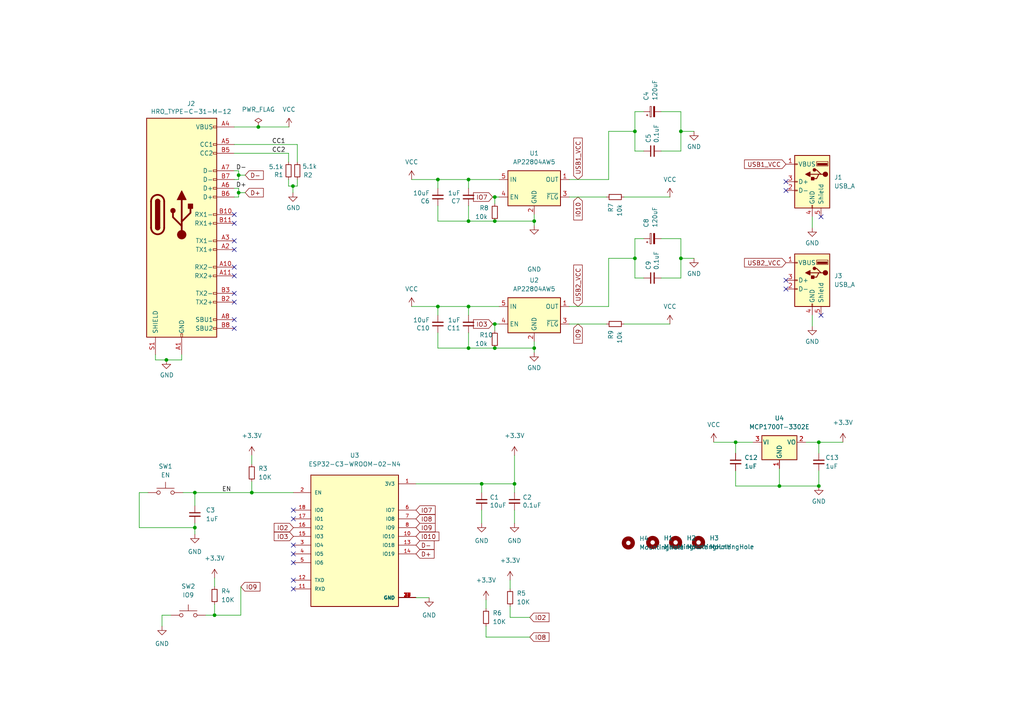
<source format=kicad_sch>
(kicad_sch (version 20211123) (generator eeschema)
  (paper "A4")
  (title_block (title "<<ID>>_<<project_name>>") (date "<<date>>") (rev "<<version>>") (comment 4 "<<hash>>"))
  (lib_symbols
    (symbol "Connector:USB_A" (pin_names (offset 1.016))
      (property "Reference" "J" (at -5.08 11.43 0))
      (property "Value" "USB_A" (at -5.08 8.89 0))
      (symbol "USB_A_0_1"
        (rectangle (start -5.08 -7.62) (end 5.08 7.62) (stroke (width 0.254)) (fill (type background)))
        (circle (center -3.81 2.159) (radius 0.635) (stroke (width 0.254)) (fill (type outline)))
        (rectangle (start -1.524 4.826) (end -4.318 5.334) (fill (type outline)))
        (rectangle (start -1.27 4.572) (end -4.572 5.842))
        (circle (center -0.635 3.429) (radius 0.381) (stroke (width 0.254)) (fill (type outline)))
        (rectangle (start -0.127 -7.62) (end 0.127 -6.858))
        (polyline (pts (xy -3.175 2.159) (xy -2.54 2.159) (xy -1.27 3.429) (xy -0.635 3.429)) (stroke (width 0.254)))
        (polyline (pts (xy -2.54 2.159) (xy -1.905 2.159) (xy -1.27 0.889) (xy 0 0.889)) (stroke (width 0.254)))
        (polyline (pts (xy 0.635 2.794) (xy 0.635 1.524) (xy 1.905 2.159) (xy 0.635 2.794)) (stroke (width 0.254)) (fill (type outline)))
        (rectangle (start 0.254 1.27) (end -0.508 0.508) (stroke (width 0.254)) (fill (type outline)))
        (rectangle (start 5.08 -2.667) (end 4.318 -2.413))
        (rectangle (start 5.08 -0.127) (end 4.318 0.127))
        (rectangle (start 5.08 4.953) (end 4.318 5.207))
      )
      (symbol "USB_A_1_1"
        (polyline (pts (xy -1.905 2.159) (xy 0.635 2.159)) (stroke (width 0.254)))
        (pin power_in line (at 7.62 5.08 180) (length 2.54) (name "VBUS") (number "1"))
        (pin bidirectional line (at 7.62 -2.54 180) (length 2.54) (name "D-") (number "2"))
        (pin bidirectional line (at 7.62 0 180) (length 2.54) (name "D+") (number "3"))
        (pin power_in line (at 0 -10.16 90) (length 2.54) (name "GND") (number "4"))
        (pin passive line (at -2.54 -10.16 90) (length 2.54) (name "Shield") (number "5"))
      )
    )
    (symbol "Connector:USB_C_Receptacle" (pin_names (offset 1.016))
      (property "Reference" "J" (at -10.16 29.21 0))
      (property "Value" "USB_C_Receptacle" (at 10.16 29.21 0))
      (symbol "USB_C_Receptacle_0_0"
        (rectangle (start -0.254 -35.56) (end 0.254 -34.544))
        (rectangle (start 10.16 -32.766) (end 9.144 -33.274))
        (rectangle (start 10.16 -30.226) (end 9.144 -30.734))
        (rectangle (start 10.16 -25.146) (end 9.144 -25.654))
        (rectangle (start 10.16 -22.606) (end 9.144 -23.114))
        (rectangle (start 10.16 -17.526) (end 9.144 -18.034))
        (rectangle (start 10.16 -14.986) (end 9.144 -15.494))
        (rectangle (start 10.16 -9.906) (end 9.144 -10.414))
        (rectangle (start 10.16 -7.366) (end 9.144 -7.874))
        (rectangle (start 10.16 -2.286) (end 9.144 -2.794))
        (rectangle (start 10.16 0.254) (end 9.144 -0.254))
        (rectangle (start 10.16 5.334) (end 9.144 4.826))
        (rectangle (start 10.16 7.874) (end 9.144 7.366))
        (rectangle (start 10.16 10.414) (end 9.144 9.906))
        (rectangle (start 10.16 12.954) (end 9.144 12.446))
        (rectangle (start 10.16 18.034) (end 9.144 17.526))
        (rectangle (start 10.16 20.574) (end 9.144 20.066))
        (rectangle (start 10.16 25.654) (end 9.144 25.146))
      )
      (symbol "USB_C_Receptacle_0_1"
        (rectangle (start -10.16 27.94) (end 10.16 -35.56) (stroke (width 0.254)) (fill (type background)))
        (arc (start -8.89 -3.81) (mid -6.985 -5.715) (end -5.08 -3.81) (stroke (width 0.508)))
        (arc (start -7.62 -3.81) (mid -6.985 -4.445) (end -6.35 -3.81) (stroke (width 0.254)))
        (arc (start -7.62 -3.81) (mid -6.985 -4.445) (end -6.35 -3.81) (stroke (width 0.254)) (fill (type outline)))
        (rectangle (start -7.62 -3.81) (end -6.35 3.81) (stroke (width 0.254)) (fill (type outline)))
        (arc (start -6.35 3.81) (mid -6.985 4.445) (end -7.62 3.81) (stroke (width 0.254)))
        (arc (start -6.35 3.81) (mid -6.985 4.445) (end -7.62 3.81) (stroke (width 0.254)) (fill (type outline)))
        (arc (start -5.08 3.81) (mid -6.985 5.715) (end -8.89 3.81) (stroke (width 0.508)))
        (polyline (pts (xy -8.89 -3.81) (xy -8.89 3.81)) (stroke (width 0.508)))
        (polyline (pts (xy -5.08 3.81) (xy -5.08 -3.81)) (stroke (width 0.508)))
      )
      (symbol "USB_C_Receptacle_1_1"
        (circle (center -2.54 1.143) (radius 0.635) (stroke (width 0.254)) (fill (type outline)))
        (circle (center 0 -5.842) (radius 1.27) (fill (type outline)))
        (polyline (pts (xy 0 -5.842) (xy 0 4.318)) (stroke (width 0.508)))
        (polyline (pts (xy 0 -3.302) (xy -2.54 -0.762) (xy -2.54 0.508)) (stroke (width 0.508)))
        (polyline (pts (xy 0 -2.032) (xy 2.54 0.508) (xy 2.54 1.778)) (stroke (width 0.508)))
        (polyline (pts (xy -1.27 4.318) (xy 0 6.858) (xy 1.27 4.318) (xy -1.27 4.318)) (stroke (width 0.254)) (fill (type outline)))
        (rectangle (start 1.905 1.778) (end 3.175 3.048) (stroke (width 0.254)) (fill (type outline)))
        (pin passive line (at 0 -40.64 90) (length 5.08) (name "GND") (number "A1"))
        (pin bidirectional line (at 15.24 -15.24 180) (length 5.08) (name "RX2-") (number "A10"))
        (pin bidirectional line (at 15.24 -17.78 180) (length 5.08) (name "RX2+") (number "A11"))
        (pin passive line (at 0 -40.64 90) (length 5.08) hide (name "GND") (number "A12"))
        (pin bidirectional line (at 15.24 -10.16 180) (length 5.08) (name "TX1+") (number "A2"))
        (pin bidirectional line (at 15.24 -7.62 180) (length 5.08) (name "TX1-") (number "A3"))
        (pin passive line (at 15.24 25.4 180) (length 5.08) (name "VBUS") (number "A4"))
        (pin bidirectional line (at 15.24 20.32 180) (length 5.08) (name "CC1") (number "A5"))
        (pin bidirectional line (at 15.24 7.62 180) (length 5.08) (name "D+") (number "A6"))
        (pin bidirectional line (at 15.24 12.7 180) (length 5.08) (name "D-") (number "A7"))
        (pin bidirectional line (at 15.24 -30.48 180) (length 5.08) (name "SBU1") (number "A8"))
        (pin passive line (at 15.24 25.4 180) (length 5.08) hide (name "VBUS") (number "A9"))
        (pin passive line (at 0 -40.64 90) (length 5.08) hide (name "GND") (number "B1"))
        (pin bidirectional line (at 15.24 0 180) (length 5.08) (name "RX1-") (number "B10"))
        (pin bidirectional line (at 15.24 -2.54 180) (length 5.08) (name "RX1+") (number "B11"))
        (pin passive line (at 0 -40.64 90) (length 5.08) hide (name "GND") (number "B12"))
        (pin bidirectional line (at 15.24 -25.4 180) (length 5.08) (name "TX2+") (number "B2"))
        (pin bidirectional line (at 15.24 -22.86 180) (length 5.08) (name "TX2-") (number "B3"))
        (pin passive line (at 15.24 25.4 180) (length 5.08) hide (name "VBUS") (number "B4"))
        (pin bidirectional line (at 15.24 17.78 180) (length 5.08) (name "CC2") (number "B5"))
        (pin bidirectional line (at 15.24 5.08 180) (length 5.08) (name "D+") (number "B6"))
        (pin bidirectional line (at 15.24 10.16 180) (length 5.08) (name "D-") (number "B7"))
        (pin bidirectional line (at 15.24 -33.02 180) (length 5.08) (name "SBU2") (number "B8"))
        (pin passive line (at 15.24 25.4 180) (length 5.08) hide (name "VBUS") (number "B9"))
        (pin passive line (at -7.62 -40.64 90) (length 5.08) (name "SHIELD") (number "S1"))
      )
    )
    (symbol "Device:C_Polarized_Small" (pin_numbers hide) (pin_names (offset 0.254) hide)
      (property "Reference" "C" (at 0.254 1.778 0))
      (property "Value" "C_Polarized_Small" (at 0.254 -2.032 0))
      (symbol "C_Polarized_Small_0_1"
        (rectangle (start -1.524 -0.3048) (end 1.524 -0.6858) (fill (type outline)))
        (rectangle (start -1.524 0.6858) (end 1.524 0.3048))
        (polyline (pts (xy -1.27 1.524) (xy -0.762 1.524)))
        (polyline (pts (xy -1.016 1.27) (xy -1.016 1.778)))
      )
      (symbol "C_Polarized_Small_1_1"
        (pin passive line (at 0 2.54 270) (length 1.8542) (name "~") (number "1"))
        (pin passive line (at 0 -2.54 90) (length 1.8542) (name "~") (number "2"))
      )
    )
    (symbol "Device:C_Small" (pin_numbers hide) (pin_names (offset 0.254) hide)
      (property "Reference" "C" (at 0.254 1.778 0))
      (property "Value" "C_Small" (at 0.254 -2.032 0))
      (symbol "C_Small_0_1"
        (polyline (pts (xy -1.524 -0.508) (xy 1.524 -0.508)) (stroke (width 0.3302)))
        (polyline (pts (xy -1.524 0.508) (xy 1.524 0.508)) (stroke (width 0.3048)))
      )
      (symbol "C_Small_1_1"
        (pin passive line (at 0 2.54 270) (length 2.032) (name "~") (number "1"))
        (pin passive line (at 0 -2.54 90) (length 2.032) (name "~") (number "2"))
      )
    )
    (symbol "Device:R_Small" (pin_numbers hide) (pin_names (offset 0.254) hide)
      (property "Reference" "R" (at 0.762 0.508 0))
      (property "Value" "R_Small" (at 0.762 -1.016 0))
      (symbol "R_Small_0_1"
        (rectangle (start -0.762 1.778) (end 0.762 -1.778) (stroke (width 0.2032)))
      )
      (symbol "R_Small_1_1"
        (pin passive line (at 0 2.54 270) (length 0.762) (name "~") (number "1"))
        (pin passive line (at 0 -2.54 90) (length 0.762) (name "~") (number "2"))
      )
    )
    (symbol "MCU_Espressif_custom:ESP32-C3-WROOM-02-N4" (pin_names (offset 1.016))
      (property "Reference" "U" (at -12.7 21.082 0))
      (property "Value" "ESP32-C3-WROOM-02-N4" (at -12.7 -18.542 0))
      (symbol "ESP32-C3-WROOM-02-N4_0_0"
        (rectangle (start -12.7 -17.78) (end 12.7 20.32) (stroke (width 0.254)) (fill (type background)))
        (pin power_in line (at 17.78 17.78 180) (length 5.08) (name "3V3") (number "1"))
        (pin bidirectional line (at 17.78 2.54 180) (length 5.08) (name "IO10") (number "10"))
        (pin bidirectional line (at -17.78 -12.7 0) (length 5.08) (name "RXD") (number "11"))
        (pin bidirectional line (at -17.78 -10.16 0) (length 5.08) (name "TXD") (number "12"))
        (pin bidirectional line (at 17.78 0 180) (length 5.08) (name "IO18") (number "13"))
        (pin bidirectional line (at 17.78 -2.54 180) (length 5.08) (name "IO19") (number "14"))
        (pin bidirectional line (at -17.78 2.54 0) (length 5.08) (name "IO3") (number "15"))
        (pin bidirectional line (at -17.78 5.08 0) (length 5.08) (name "IO2") (number "16"))
        (pin bidirectional line (at -17.78 7.62 0) (length 5.08) (name "IO1") (number "17"))
        (pin bidirectional line (at -17.78 10.16 0) (length 5.08) (name "IO0") (number "18"))
        (pin power_in line (at 17.78 -15.24 180) (length 5.08) (name "GND") (number "19"))
        (pin input line (at -17.78 15.24 0) (length 5.08) (name "EN") (number "2"))
        (pin power_in line (at 17.78 -15.24 180) (length 5.08) (name "GND") (number "20"))
        (pin power_in line (at 17.78 -15.24 180) (length 5.08) (name "GND") (number "21"))
        (pin power_in line (at 17.78 -15.24 180) (length 5.08) (name "GND") (number "22"))
        (pin power_in line (at 17.78 -15.24 180) (length 5.08) (name "GND") (number "23"))
        (pin power_in line (at 17.78 -15.24 180) (length 5.08) (name "GND") (number "24"))
        (pin power_in line (at 17.78 -15.24 180) (length 5.08) (name "GND") (number "25"))
        (pin power_in line (at 17.78 -15.24 180) (length 5.08) (name "GND") (number "26"))
        (pin power_in line (at 17.78 -15.24 180) (length 5.08) (name "GND") (number "27"))
        (pin power_in line (at 17.78 -15.24 180) (length 5.08) (name "GND") (number "28"))
        (pin power_in line (at 17.78 -15.24 180) (length 5.08) (name "GND") (number "29"))
        (pin bidirectional line (at -17.78 0 0) (length 5.08) (name "IO4") (number "3"))
        (pin power_in line (at 17.78 -15.24 180) (length 5.08) (name "GND") (number "30"))
        (pin power_in line (at 17.78 -15.24 180) (length 5.08) (name "GND") (number "31"))
        (pin power_in line (at 17.78 -15.24 180) (length 5.08) (name "GND") (number "32"))
        (pin power_in line (at 17.78 -15.24 180) (length 5.08) (name "GND") (number "33"))
        (pin power_in line (at 17.78 -15.24 180) (length 5.08) (name "GND") (number "34"))
        (pin power_in line (at 17.78 -15.24 180) (length 5.08) (name "GND") (number "35"))
        (pin power_in line (at 17.78 -15.24 180) (length 5.08) (name "GND") (number "36"))
        (pin power_in line (at 17.78 -15.24 180) (length 5.08) (name "GND") (number "37"))
        (pin power_in line (at 17.78 -15.24 180) (length 5.08) (name "GND") (number "38"))
        (pin power_in line (at 17.78 -15.24 180) (length 5.08) (name "GND") (number "39"))
        (pin bidirectional line (at -17.78 -2.54 0) (length 5.08) (name "IO5") (number "4"))
        (pin bidirectional line (at -17.78 -5.08 0) (length 5.08) (name "IO6") (number "5"))
        (pin bidirectional line (at 17.78 10.16 180) (length 5.08) (name "IO7") (number "6"))
        (pin bidirectional line (at 17.78 7.62 180) (length 5.08) (name "IO8") (number "7"))
        (pin bidirectional line (at 17.78 5.08 180) (length 5.08) (name "IO9") (number "8"))
        (pin power_in line (at 17.78 -15.24 180) (length 5.08) (name "GND") (number "9"))
      )
    )
    (symbol "Mechanical:MountingHole" (pin_names (offset 1.016))
      (property "Reference" "H" (at 0 5.08 0))
      (property "Value" "MountingHole" (at 0 3.175 0))
      (symbol "MountingHole_0_1"
        (circle (center 0 0) (radius 1.27) (stroke (width 1.27)))
      )
    )
    (symbol "Power_Management:AP22804AW5"
      (property "Reference" "U" (at -7.62 -6.35 0))
      (property "Value" "AP22804AW5" (at -7.62 6.35 0))
      (symbol "AP22804AW5_0_1"
        (rectangle (start -7.62 5.08) (end 7.62 -5.08) (stroke (width 0.254)) (fill (type background)))
      )
      (symbol "AP22804AW5_1_1"
        (pin power_out line (at 10.16 2.54 180) (length 2.54) (name "OUT") (number "1"))
        (pin power_in line (at 0 -7.62 90) (length 2.54) (name "GND") (number "2"))
        (pin open_collector line (at 10.16 -2.54 180) (length 2.54) (name "~{FLG}") (number "3"))
        (pin input line (at -10.16 -2.54 0) (length 2.54) (name "EN") (number "4"))
        (pin power_in line (at -10.16 2.54 0) (length 2.54) (name "IN") (number "5"))
      )
    )
    (symbol "Regulator_Linear:MCP1700-3302E_SOT23" (pin_names (offset 0.254))
      (property "Reference" "U" (at -3.81 3.175 0))
      (property "Value" "MCP1700-3302E_SOT23" (at 0 3.175 0))
      (symbol "MCP1700-3302E_SOT23_0_1"
        (rectangle (start -5.08 1.905) (end 5.08 -5.08) (stroke (width 0.254)) (fill (type background)))
      )
      (symbol "MCP1700-3302E_SOT23_1_1"
        (pin power_in line (at 0 -7.62 90) (length 2.54) (name "GND") (number "1"))
        (pin power_out line (at 7.62 0 180) (length 2.54) (name "VO") (number "2"))
        (pin power_in line (at -7.62 0 0) (length 2.54) (name "VI") (number "3"))
      )
    )
    (symbol "Switch:SW_Push" (pin_numbers hide) (pin_names (offset 1.016) hide)
      (property "Reference" "SW" (at 1.27 2.54 0))
      (property "Value" "SW_Push" (at 0 -1.524 0))
      (symbol "SW_Push_0_1"
        (circle (center -2.032 0) (radius 0.508))
        (polyline (pts (xy 0 1.27) (xy 0 3.048)))
        (polyline (pts (xy 2.54 1.27) (xy -2.54 1.27)))
        (circle (center 2.032 0) (radius 0.508))
        (pin passive line (at -5.08 0 0) (length 2.54) (name "1") (number "1"))
        (pin passive line (at 5.08 0 180) (length 2.54) (name "2") (number "2"))
      )
    )
    (symbol "power:+3.3V" (power) (pin_names (offset 0))
      (property "Value" "+3.3V" (at 0 3.556 0))
      (symbol "+3.3V_0_1"
        (polyline (pts (xy -0.762 1.27) (xy 0 2.54)))
        (polyline (pts (xy 0 0) (xy 0 2.54)))
        (polyline (pts (xy 0 2.54) (xy 0.762 1.27)))
      )
      (symbol "+3.3V_1_1"
        (pin power_in line (at 0 0 90) (length 0) hide (name "+3.3V") (number "1"))
      )
    )
    (symbol "power:GND" (power) (pin_names (offset 0))
      (property "Value" "GND" (at 0 -3.81 0))
      (symbol "GND_0_1"
        (polyline (pts (xy 0 0) (xy 0 -1.27) (xy 1.27 -1.27) (xy 0 -2.54) (xy -1.27 -1.27) (xy 0 -1.27)))
      )
      (symbol "GND_1_1"
        (pin power_in line (at 0 0 270) (length 0) hide (name "GND") (number "1"))
      )
    )
    (symbol "power:PWR_FLAG" (power) (pin_numbers hide) (pin_names (offset 0) hide)
      (property "Value" "PWR_FLAG" (at 0 3.81 0))
      (symbol "PWR_FLAG_0_0"
        (pin power_out line (at 0 0 90) (length 0) (name "pwr") (number "1"))
      )
      (symbol "PWR_FLAG_0_1"
        (polyline (pts (xy 0 0) (xy 0 1.27) (xy -1.016 1.905) (xy 0 2.54) (xy 1.016 1.905) (xy 0 1.27)))
      )
    )
    (symbol "power:VCC" (power) (pin_names (offset 0))
      (property "Value" "VCC" (at 0 3.81 0))
      (symbol "VCC_0_1"
        (polyline (pts (xy -0.762 1.27) (xy 0 2.54)))
        (polyline (pts (xy 0 0) (xy 0 2.54)))
        (polyline (pts (xy 0 2.54) (xy 0.762 1.27)))
      )
      (symbol "VCC_1_1"
        (pin power_in line (at 0 0 90) (length 0) hide (name "VCC") (number "1"))
      )
    )
  )
  (junction (at 84.963 53.975))
  (junction (at 135.89 52.07))
  (junction (at 69.215 55.88))
  (junction (at 127 88.9))
  (junction (at 143.51 100.965))
  (junction (at 154.94 64.135))
  (junction (at 143.51 64.135))
  (junction (at 56.515 142.875))
  (junction (at 69.215 50.8))
  (junction (at 127 52.07))
  (junction (at 48.26 104.394))
  (junction (at 149.225 140.335))
  (junction (at 139.7 140.335))
  (junction (at 135.89 100.965))
  (junction (at 74.93 36.83))
  (junction (at 184.15 74.93))
  (junction (at 237.49 128.27))
  (junction (at 226.06 140.97))
  (junction (at 143.51 57.15))
  (junction (at 135.89 64.135))
  (junction (at 197.485 38.1))
  (junction (at 237.49 140.97))
  (junction (at 197.485 74.93))
  (junction (at 56.515 153.035))
  (junction (at 154.94 100.965))
  (junction (at 184.15 38.1))
  (junction (at 73.025 142.875))
  (junction (at 62.23 178.435))
  (junction (at 213.36 128.27))
  (junction (at 135.89 88.9))
  (junction (at 143.51 93.98))
  (no_connect (at 85.09 147.955))
  (no_connect (at 85.09 150.495))
  (no_connect (at 67.945 69.85))
  (no_connect (at 67.945 85.09))
  (no_connect (at 85.09 160.655))
  (no_connect (at 67.945 72.39))
  (no_connect (at 67.945 77.47))
  (no_connect (at 227.965 81.28))
  (no_connect (at 67.945 64.77))
  (no_connect (at 238.125 62.865))
  (no_connect (at 85.09 168.275))
  (no_connect (at 227.965 55.245))
  (no_connect (at 238.125 91.44))
  (no_connect (at 227.965 83.82))
  (no_connect (at 67.945 92.71))
  (no_connect (at 67.945 62.23))
  (no_connect (at 85.09 158.115))
  (no_connect (at 67.945 95.25))
  (no_connect (at 85.09 163.195))
  (no_connect (at 67.945 87.63))
  (no_connect (at 67.945 80.01))
  (no_connect (at 227.965 52.705))
  (no_connect (at 85.09 170.815))
  (wire (pts (xy 191.77 32.385) (xy 197.485 32.385)))
  (wire (pts (xy 197.485 38.1) (xy 197.485 32.385)))
  (wire (pts (xy 143.51 95.885) (xy 143.51 93.98)))
  (wire (pts (xy 67.945 44.45) (xy 83.693 44.45)))
  (wire (pts (xy 86.233 53.975) (xy 86.233 52.07)))
  (wire (pts (xy 184.15 74.93) (xy 184.15 69.215)))
  (wire (pts (xy 213.36 136.525) (xy 213.36 140.97)))
  (wire (pts (xy 180.975 93.98) (xy 194.31 93.98)))
  (wire (pts (xy 213.36 128.27) (xy 213.36 131.445)))
  (wire (pts (xy 67.945 36.83) (xy 74.93 36.83)))
  (wire (pts (xy 165.1 52.07) (xy 176.53 52.07)))
  (wire (pts (xy 69.85 170.18) (xy 69.85 178.435)))
  (wire (pts (xy 142.875 93.98) (xy 143.51 93.98)))
  (wire (pts (xy 40.386 142.875) (xy 40.386 153.035)))
  (wire (pts (xy 191.77 43.815) (xy 197.485 43.815)))
  (wire (pts (xy 165.1 57.15) (xy 175.895 57.15)))
  (wire (pts (xy 207.01 128.27) (xy 213.36 128.27)))
  (wire (pts (xy 120.65 173.355) (xy 124.46 173.355)))
  (wire (pts (xy 176.53 88.9) (xy 176.53 74.93)))
  (wire (pts (xy 184.15 80.645) (xy 184.15 74.93)))
  (wire (pts (xy 154.94 62.23) (xy 154.94 64.135)))
  (wire (pts (xy 49.53 178.435) (xy 46.99 178.435)))
  (wire (pts (xy 143.51 59.055) (xy 143.51 57.15)))
  (wire (pts (xy 143.51 57.15) (xy 144.78 57.15)))
  (wire (pts (xy 235.585 62.865) (xy 235.585 66.04)))
  (wire (pts (xy 237.49 128.27) (xy 244.475 128.27)))
  (wire (pts (xy 73.025 139.7) (xy 73.025 142.875)))
  (wire (pts (xy 40.386 153.035) (xy 56.515 153.035)))
  (wire (pts (xy 143.51 93.98) (xy 144.78 93.98)))
  (wire (pts (xy 135.89 88.9) (xy 135.89 91.44)))
  (wire (pts (xy 140.97 184.785) (xy 153.67 184.785)))
  (wire (pts (xy 176.53 52.07) (xy 176.53 38.1)))
  (wire (pts (xy 197.485 80.645) (xy 197.485 74.93)))
  (wire (pts (xy 69.215 57.15) (xy 69.215 55.88)))
  (wire (pts (xy 180.975 57.15) (xy 194.31 57.15)))
  (wire (pts (xy 142.875 57.15) (xy 143.51 57.15)))
  (wire (pts (xy 127 88.9) (xy 127 91.44)))
  (wire (pts (xy 154.94 99.06) (xy 154.94 100.965)))
  (wire (pts (xy 120.65 140.335) (xy 139.7 140.335)))
  (wire (pts (xy 191.77 69.215) (xy 197.485 69.215)))
  (wire (pts (xy 83.693 53.975) (xy 84.963 53.975)))
  (wire (pts (xy 147.955 179.07) (xy 153.67 179.07)))
  (wire (pts (xy 45.085 104.394) (xy 45.085 102.87)))
  (wire (pts (xy 235.585 91.44) (xy 235.585 94.615)))
  (wire (pts (xy 165.1 88.9) (xy 176.53 88.9)))
  (wire (pts (xy 69.85 178.435) (xy 62.23 178.435)))
  (wire (pts (xy 48.26 104.394) (xy 52.705 104.394)))
  (wire (pts (xy 69.215 49.53) (xy 69.215 50.8)))
  (wire (pts (xy 197.485 43.815) (xy 197.485 38.1)))
  (wire (pts (xy 197.485 74.93) (xy 197.485 69.215)))
  (wire (pts (xy 226.06 135.89) (xy 226.06 140.97)))
  (wire (pts (xy 67.945 57.15) (xy 69.215 57.15)))
  (wire (pts (xy 186.69 80.645) (xy 184.15 80.645)))
  (wire (pts (xy 213.36 128.27) (xy 218.44 128.27)))
  (wire (pts (xy 84.963 55.88) (xy 84.963 53.975)))
  (wire (pts (xy 127 52.07) (xy 135.89 52.07)))
  (wire (pts (xy 69.215 54.61) (xy 69.215 55.88)))
  (wire (pts (xy 147.955 175.895) (xy 147.955 179.07)))
  (wire (pts (xy 42.926 142.875) (xy 40.386 142.875)))
  (wire (pts (xy 56.515 153.035) (xy 56.515 154.94)))
  (wire (pts (xy 69.215 55.88) (xy 71.12 55.88)))
  (wire (pts (xy 135.89 59.69) (xy 135.89 64.135)))
  (wire (pts (xy 59.69 178.435) (xy 62.23 178.435)))
  (wire (pts (xy 149.225 140.335) (xy 149.225 142.875)))
  (wire (pts (xy 56.515 151.765) (xy 56.515 153.035)))
  (wire (pts (xy 139.7 147.955) (xy 139.7 151.765)))
  (wire (pts (xy 46.99 178.435) (xy 46.99 181.61)))
  (wire (pts (xy 86.233 46.99) (xy 86.233 41.91)))
  (wire (pts (xy 69.215 52.07) (xy 69.215 50.8)))
  (wire (pts (xy 226.06 140.97) (xy 237.49 140.97)))
  (wire (pts (xy 73.025 142.875) (xy 85.09 142.875)))
  (wire (pts (xy 135.89 52.07) (xy 144.78 52.07)))
  (wire (pts (xy 67.945 54.61) (xy 69.215 54.61)))
  (wire (pts (xy 184.15 69.215) (xy 186.69 69.215)))
  (wire (pts (xy 135.89 88.9) (xy 144.78 88.9)))
  (wire (pts (xy 147.955 168.275) (xy 147.955 170.815)))
  (wire (pts (xy 119.38 52.07) (xy 127 52.07)))
  (wire (pts (xy 56.515 142.875) (xy 73.025 142.875)))
  (wire (pts (xy 143.51 100.965) (xy 154.94 100.965)))
  (wire (pts (xy 149.225 132.08) (xy 149.225 140.335)))
  (wire (pts (xy 127 88.9) (xy 135.89 88.9)))
  (wire (pts (xy 73.025 132.08) (xy 73.025 134.62)))
  (wire (pts (xy 184.15 43.815) (xy 184.15 38.1)))
  (wire (pts (xy 213.36 140.97) (xy 226.06 140.97)))
  (wire (pts (xy 143.51 64.135) (xy 154.94 64.135)))
  (wire (pts (xy 127 64.135) (xy 135.89 64.135)))
  (wire (pts (xy 119.38 88.9) (xy 127 88.9)))
  (wire (pts (xy 176.53 74.93) (xy 184.15 74.93)))
  (wire (pts (xy 84.963 53.975) (xy 86.233 53.975)))
  (wire (pts (xy 149.225 151.765) (xy 149.225 147.955)))
  (wire (pts (xy 184.15 32.385) (xy 186.69 32.385)))
  (wire (pts (xy 233.68 128.27) (xy 237.49 128.27)))
  (wire (pts (xy 53.086 142.875) (xy 56.515 142.875)))
  (wire (pts (xy 186.69 43.815) (xy 184.15 43.815)))
  (wire (pts (xy 135.89 64.135) (xy 143.51 64.135)))
  (wire (pts (xy 135.89 96.52) (xy 135.89 100.965)))
  (wire (pts (xy 176.53 38.1) (xy 184.15 38.1)))
  (wire (pts (xy 67.945 52.07) (xy 69.215 52.07)))
  (wire (pts (xy 135.89 52.07) (xy 135.89 54.61)))
  (wire (pts (xy 139.7 140.335) (xy 139.7 142.875)))
  (wire (pts (xy 197.485 74.93) (xy 201.295 74.93)))
  (wire (pts (xy 83.693 52.07) (xy 83.693 53.975)))
  (wire (pts (xy 165.1 93.98) (xy 175.895 93.98)))
  (wire (pts (xy 135.89 100.965) (xy 143.51 100.965)))
  (wire (pts (xy 127 100.965) (xy 135.89 100.965)))
  (wire (pts (xy 184.15 38.1) (xy 184.15 32.385)))
  (wire (pts (xy 56.515 146.685) (xy 56.515 142.875)))
  (wire (pts (xy 154.94 100.965) (xy 154.94 102.235)))
  (wire (pts (xy 52.705 104.394) (xy 52.705 102.87)))
  (wire (pts (xy 139.7 140.335) (xy 149.225 140.335)))
  (wire (pts (xy 127 59.69) (xy 127 64.135)))
  (wire (pts (xy 140.97 173.99) (xy 140.97 176.53)))
  (wire (pts (xy 86.233 41.91) (xy 67.945 41.91)))
  (wire (pts (xy 67.945 49.53) (xy 69.215 49.53)))
  (wire (pts (xy 237.49 128.27) (xy 237.49 131.445)))
  (wire (pts (xy 154.94 64.135) (xy 154.94 65.405)))
  (wire (pts (xy 127 52.07) (xy 127 54.61)))
  (wire (pts (xy 140.97 181.61) (xy 140.97 184.785)))
  (wire (pts (xy 197.485 38.1) (xy 201.295 38.1)))
  (wire (pts (xy 62.23 175.26) (xy 62.23 178.435)))
  (wire (pts (xy 237.49 136.525) (xy 237.49 140.97)))
  (wire (pts (xy 191.77 80.645) (xy 197.485 80.645)))
  (wire (pts (xy 83.693 44.45) (xy 83.693 46.99)))
  (wire (pts (xy 48.26 104.394) (xy 45.085 104.394)))
  (wire (pts (xy 74.93 36.83) (xy 83.82 36.83)))
  (wire (pts (xy 62.23 167.64) (xy 62.23 170.18)))
  (wire (pts (xy 127 96.52) (xy 127 100.965)))
  (wire (pts (xy 69.215 50.8) (xy 71.12 50.8)))
  (label "D+" (at 68.453 54.61 0))
  (label "D-" (at 68.453 49.53 0))
  (label "EN" (at 64.389 142.875 0))
  (label "CC2" (at 78.867 44.45 0))
  (label "CC1" (at 78.867 41.91 0))
  (global_label "USB1_VCC" (shape input) (at 227.965 47.625 180) (property "Intersheet References" "${INTERSHEET_REFS}" (effects hide)))
  (global_label "IO3" (shape input) (at 142.875 93.98 180) (property "Intersheet References" "${INTERSHEET_REFS}" (effects hide)))
  (global_label "D-" (shape input) (at 71.12 50.8 0) (property "Intersheet References" "${INTERSHEET_REFS}" (effects hide)))
  (global_label "IO7" (shape input) (at 142.875 57.15 180) (property "Intersheet References" "${INTERSHEET_REFS}" (effects hide)))
  (global_label "D-" (shape input) (at 120.65 158.115 0) (property "Intersheet References" "${INTERSHEET_REFS}" (effects hide)))
  (global_label "USB1_VCC" (shape input) (at 167.64 52.07 90) (property "Intersheet References" "${INTERSHEET_REFS}" (effects hide)))
  (global_label "IO3" (shape input) (at 85.09 155.575 180) (property "Intersheet References" "${INTERSHEET_REFS}" (effects hide)))
  (global_label "IO2" (shape input) (at 85.09 153.035 180) (property "Intersheet References" "${INTERSHEET_REFS}" (effects hide)))
  (global_label "D+" (shape input) (at 120.65 160.655 0) (property "Intersheet References" "${INTERSHEET_REFS}" (effects hide)))
  (global_label "IO9" (shape input) (at 167.64 93.98 270) (property "Intersheet References" "${INTERSHEET_REFS}" (effects hide)))
  (global_label "IO9" (shape input) (at 69.85 170.18 0) (property "Intersheet References" "${INTERSHEET_REFS}" (effects hide)))
  (global_label "IO8" (shape input) (at 120.65 150.495 0) (property "Intersheet References" "${INTERSHEET_REFS}" (effects hide)))
  (global_label "I010" (shape input) (at 167.64 57.15 270) (property "Intersheet References" "${INTERSHEET_REFS}" (effects hide)))
  (global_label "IO9" (shape input) (at 120.65 153.035 0) (property "Intersheet References" "${INTERSHEET_REFS}" (effects hide)))
  (global_label "USB2_VCC" (shape input) (at 227.965 76.2 180) (property "Intersheet References" "${INTERSHEET_REFS}" (effects hide)))
  (global_label "IO2" (shape input) (at 153.67 179.07 0) (property "Intersheet References" "${INTERSHEET_REFS}" (effects hide)))
  (global_label "I010" (shape input) (at 120.65 155.575 0) (property "Intersheet References" "${INTERSHEET_REFS}" (effects hide)))
  (global_label "IO7" (shape input) (at 120.65 147.955 0) (property "Intersheet References" "${INTERSHEET_REFS}" (effects hide)))
  (global_label "D+" (shape input) (at 71.12 55.88 0) (property "Intersheet References" "${INTERSHEET_REFS}" (effects hide)))
  (global_label "IO8" (shape input) (at 153.67 184.785 0) (property "Intersheet References" "${INTERSHEET_REFS}" (effects hide)))
  (global_label "USB2_VCC" (shape input) (at 167.64 88.9 90) (property "Intersheet References" "${INTERSHEET_REFS}" (effects hide)))
  (symbol (lib_id "Device:R_Small") (at 86.233 49.53 180) (unit 1)
    (property "Reference" "R2" (at 90.678 50.8 0) (effects (justify left)))
    (property "Value" "5.1k" (at 91.948 48.26 0) (effects (justify left)))
    (property "Footprint" "Resistor_SMD:R_0805_2012Metric" (effects hide))
  )
  (symbol (lib_id "power:GND") (at 201.295 74.93 0) (unit 1)
    (property "Reference" "#PWR0123" (effects hide))
    (property "Value" "GND" (at 201.295 79.375 0))
  )
  (symbol (lib_id "Mechanical:MountingHole") (at 195.952 157.3327 0) (unit 1)
    (property "Reference" "H2" (at 199.127 156.0626 0) (effects (justify left)))
    (property "Value" "MountingHole" (at 199.127 158.6026 0) (effects (justify left)))
    (property "Footprint" "MountingHole:MountingHole_2.7mm_M2.5_Pad_Via" (effects hide))
  )
  (symbol (lib_id "power:+3.3V") (at 244.475 128.27 0) (unit 1)
    (property "Reference" "#PWR0126" (effects hide))
    (property "Value" "+3.3V" (at 244.475 122.555 0))
  )
  (symbol (lib_id "Device:R_Small") (at 83.693 49.53 180) (unit 1)
    (property "Reference" "R1" (at 82.1944 50.6984 0) (effects (justify left)))
    (property "Value" "5.1k" (at 82.1944 48.387 0) (effects (justify left)))
    (property "Footprint" "Resistor_SMD:R_0805_2012Metric" (effects hide))
  )
  (symbol (lib_id "Device:C_Small") (at 127 93.98 180) (unit 1)
    (property "Reference" "C10" (at 124.6632 95.1484 0) (effects (justify left)))
    (property "Value" "10uF" (at 124.6632 92.837 0) (effects (justify left)))
    (property "Footprint" "Capacitor_SMD:C_0805_2012Metric" (effects hide))
  )
  (symbol (lib_id "Device:R_Small") (at 143.51 61.595 0) (unit 1)
    (property "Reference" "R8" (at 139.065 60.325 0) (effects (justify left)))
    (property "Value" "10k" (at 137.795 62.865 0) (effects (justify left)))
    (property "Footprint" "Resistor_SMD:R_0805_2012Metric" (effects hide))
  )
  (symbol (lib_id "power:GND") (at 139.7 151.765 0) (unit 1)
    (property "Reference" "#PWR0109" (effects hide))
    (property "Value" "GND" (at 139.7 156.845 0))
  )
  (symbol (lib_id "Mechanical:MountingHole") (at 202.604 157.3327 0) (unit 1)
    (property "Reference" "H3" (at 205.779 156.0626 0) (effects (justify left)))
    (property "Value" "MountingHole" (at 205.779 158.6026 0) (effects (justify left)))
    (property "Footprint" "MountingHole:MountingHole_2.7mm_M2.5_Pad_Via" (effects hide))
  )
  (symbol (lib_id "power:GND") (at 84.963 55.88 0) (unit 1)
    (property "Reference" "#PWR0114" (effects hide))
    (property "Value" "GND" (at 85.09 60.2742 0))
  )
  (symbol (lib_id "power:GND") (at 154.94 65.405 0) (unit 1)
    (property "Reference" "#PWR0106" (effects hide))
    (property "Value" "GND" (at 154.94 78.105 0))
  )
  (symbol (lib_id "power:VCC") (at 194.31 57.15 0) (unit 1)
    (property "Reference" "#PWR0121" (effects hide))
    (property "Value" "VCC" (at 194.31 52.07 0))
  )
  (symbol (lib_id "Device:C_Small") (at 127 57.15 180) (unit 1)
    (property "Reference" "C6" (at 124.6632 58.3184 0) (effects (justify left)))
    (property "Value" "10uF" (at 124.6632 56.007 0) (effects (justify left)))
    (property "Footprint" "Capacitor_SMD:C_0805_2012Metric" (effects hide))
  )
  (symbol (lib_id "Connector:USB_A") (at 235.585 81.28 0) (mirror y) (unit 1)
    (property "Reference" "J3" (at 241.935 80.0099 0) (effects (justify right)))
    (property "Value" "USB_A" (at 241.935 82.5499 0) (effects (justify right)))
    (property "Footprint" "Connector_USB:USB_A_Stewart_SS-52100-001_Horizontal" (effects hide))
    (property "Datasheet" " ~" (effects hide))
  )
  (symbol (lib_id "power:PWR_FLAG") (at 74.93 36.83 0) (unit 1)
    (property "Reference" "#FLG0101" (effects hide))
    (property "Value" "PWR_FLAG" (at 74.93 31.75 0))
  )
  (symbol (lib_id "Device:C_Small") (at 149.225 145.415 0) (unit 1)
    (property "Reference" "C2" (at 151.5618 144.2466 0) (effects (justify left)))
    (property "Value" "0.1uF" (at 151.5618 146.558 0) (effects (justify left)))
    (property "Footprint" "Capacitor_SMD:C_0805_2012Metric" (effects hide))
  )
  (symbol (lib_id "power:GND") (at 149.225 151.765 0) (unit 1)
    (property "Reference" "#PWR0108" (effects hide))
    (property "Value" "GND" (at 149.225 156.845 0))
  )
  (symbol (lib_id "Switch:SW_Push") (at 54.61 178.435 0) (unit 1)
    (property "Reference" "SW2" (at 54.61 170.053 0))
    (property "Value" "IO9" (at 54.61 172.593 0))
    (property "Footprint" "Button_Switch_SMD:SW_SPST_EVPBF" (effects hide))
  )
  (symbol (lib_id "Device:C_Small") (at 237.49 133.985 0) (unit 1)
    (property "Reference" "C13" (at 239.395 132.715 0) (effects (justify left)))
    (property "Value" "1uF" (at 239.395 135.255 0) (effects (justify left)))
    (property "Footprint" "Capacitor_SMD:C_0805_2012Metric" (effects hide))
  )
  (symbol (lib_id "power:+3.3V") (at 140.97 173.99 0) (unit 1)
    (property "Reference" "#PWR0111" (effects hide))
    (property "Value" "+3.3V" (at 140.97 168.275 0))
  )
  (symbol (lib_id "Device:C_Small") (at 189.23 43.815 90) (unit 1)
    (property "Reference" "C5" (at 188.0616 41.4782 0) (effects (justify left)))
    (property "Value" "0.1uF" (at 190.373 41.4782 0) (effects (justify left)))
    (property "Footprint" "Capacitor_SMD:C_0805_2012Metric" (effects hide))
  )
  (symbol (lib_id "Mechanical:MountingHole") (at 189.3 157.3327 0) (unit 1)
    (property "Reference" "H1" (at 192.475 156.0626 0) (effects (justify left)))
    (property "Value" "MountingHole" (at 192.475 158.6026 0) (effects (justify left)))
    (property "Footprint" "MountingHole:MountingHole_2.7mm_M2.5_Pad_Via" (effects hide))
  )
  (symbol (lib_id "Device:R_Small") (at 62.23 172.72 0) (unit 1)
    (property "Reference" "R4" (at 64.135 171.4499 0) (effects (justify left)))
    (property "Value" "10K" (at 64.135 173.9899 0) (effects (justify left)))
    (property "Footprint" "Resistor_SMD:R_0805_2012Metric" (effects hide))
  )
  (symbol (lib_id "Device:C_Small") (at 56.515 149.225 0) (unit 1)
    (property "Reference" "C3" (at 59.69 147.9612 0) (effects (justify left)))
    (property "Value" "1uF" (at 59.69 150.5012 0) (effects (justify left)))
    (property "Footprint" "Capacitor_SMD:C_0805_2012Metric" (effects hide))
  )
  (symbol (lib_id "power:GND") (at 201.295 38.1 0) (unit 1)
    (property "Reference" "#PWR0120" (effects hide))
    (property "Value" "GND" (at 201.295 42.545 0))
  )
  (symbol (lib_id "power:+3.3V") (at 149.225 132.08 0) (unit 1)
    (property "Reference" "#PWR0112" (effects hide))
    (property "Value" "+3.3V" (at 149.225 126.365 0))
  )
  (symbol (lib_id "power:VCC") (at 83.82 36.83 0) (unit 1)
    (property "Reference" "#PWR0113" (effects hide))
    (property "Value" "VCC" (at 83.82 31.75 0))
  )
  (symbol (lib_id "Connector:USB_A") (at 235.585 52.705 0) (mirror y) (unit 1)
    (property "Reference" "J1" (at 241.935 51.4349 0) (effects (justify right)))
    (property "Value" "USB_A" (at 241.935 53.9749 0) (effects (justify right)))
    (property "Footprint" "Connector_USB:USB_A_Stewart_SS-52100-001_Horizontal" (effects hide))
    (property "Datasheet" " ~" (effects hide))
  )
  (symbol (lib_id "Device:C_Polarized_Small") (at 189.23 69.215 90) (unit 1)
    (property "Reference" "C8" (at 187.4138 66.04 0) (effects (justify left)))
    (property "Value" "120uF" (at 189.9538 66.04 0) (effects (justify left)))
    (property "Footprint" "Capacitor_THT:CP_Radial_D8.0mm_P5.00mm" (effects hide))
  )
  (symbol (lib_id "Connector:USB_C_Receptacle") (at 52.705 62.23 0) (unit 1)
    (property "Reference" "J2" (at 55.4228 30.0482 0))
    (property "Value" "HRO_TYPE-C-31-M-12" (at 55.4228 32.3596 0))
    (property "Footprint" "Connector_USB:USB_C_Receptacle_HRO_TYPE-C-31-M-12" (effects hide))
    (property "Datasheet" "https://www.usb.org/sites/default/files/documents/usb_type-c.zip" (effects hide))
  )
  (symbol (lib_id "Device:C_Small") (at 189.23 80.645 90) (unit 1)
    (property "Reference" "C9" (at 188.0616 78.3082 0) (effects (justify left)))
    (property "Value" "0.1uF" (at 190.373 78.3082 0) (effects (justify left)))
    (property "Footprint" "Capacitor_SMD:C_0805_2012Metric" (effects hide))
  )
  (symbol (lib_id "Device:R_Small") (at 178.435 57.15 90) (unit 1)
    (property "Reference" "R7" (at 177.165 61.595 0) (effects (justify left)))
    (property "Value" "10k" (at 179.705 62.865 0) (effects (justify left)))
    (property "Footprint" "Resistor_SMD:R_0805_2012Metric" (effects hide))
  )
  (symbol (lib_id "Device:R_Small") (at 73.025 137.16 0) (unit 1)
    (property "Reference" "R3" (at 74.93 135.8899 0) (effects (justify left)))
    (property "Value" "10K" (at 74.93 138.4299 0) (effects (justify left)))
    (property "Footprint" "Resistor_SMD:R_0805_2012Metric" (effects hide))
  )
  (symbol (lib_id "Mechanical:MountingHole") (at 182.245 157.48 0) (unit 1)
    (property "Reference" "H4" (at 185.42 156.2099 0) (effects (justify left)))
    (property "Value" "MountingHole" (at 185.42 158.7499 0) (effects (justify left)))
    (property "Footprint" "MountingHole:MountingHole_2.7mm_M2.5_Pad_Via" (effects hide))
  )
  (symbol (lib_id "power:+3.3V") (at 147.955 168.275 0) (unit 1)
    (property "Reference" "#PWR0110" (effects hide))
    (property "Value" "+3.3V" (at 147.955 162.56 0))
  )
  (symbol (lib_id "Device:R_Small") (at 143.51 98.425 0) (unit 1)
    (property "Reference" "R10" (at 139.065 97.155 0) (effects (justify left)))
    (property "Value" "10k" (at 137.795 99.695 0) (effects (justify left)))
    (property "Footprint" "Resistor_SMD:R_0805_2012Metric" (effects hide))
  )
  (symbol (lib_id "power:GND") (at 235.585 66.04 0) (unit 1)
    (property "Reference" "#PWR0104" (effects hide))
    (property "Value" "GND" (at 235.585 70.485 0))
  )
  (symbol (lib_id "Switch:SW_Push") (at 48.006 142.875 0) (unit 1)
    (property "Reference" "SW1" (at 48.006 135.255 0))
    (property "Value" "EN" (at 48.006 137.795 0))
    (property "Footprint" "Button_Switch_SMD:SW_SPST_EVPBF" (effects hide))
  )
  (symbol (lib_id "Device:C_Small") (at 135.89 93.98 180) (unit 1)
    (property "Reference" "C11" (at 133.5532 95.1484 0) (effects (justify left)))
    (property "Value" "1uF" (at 133.5532 92.837 0) (effects (justify left)))
    (property "Footprint" "Capacitor_SMD:C_0805_2012Metric" (effects hide))
  )
  (symbol (lib_id "power:GND") (at 235.585 94.615 0) (unit 1)
    (property "Reference" "#PWR0101" (effects hide))
    (property "Value" "GND" (at 235.585 99.06 0))
  )
  (symbol (lib_id "power:+3.3V") (at 62.23 167.64 0) (unit 1)
    (property "Reference" "#PWR0117" (effects hide))
    (property "Value" "+3.3V" (at 62.23 161.925 0))
  )
  (symbol (lib_id "Power_Management:AP22804AW5") (at 154.94 91.44 0) (unit 1)
    (property "Reference" "U2" (at 154.94 81.28 0))
    (property "Value" "AP22804AW5" (at 154.94 83.82 0))
    (property "Footprint" "Package_TO_SOT_SMD:SOT-23-5" (effects hide))
    (property "Datasheet" "https://www.diodes.com/assets/Datasheets/AP22804_14.pdf" (effects hide))
  )
  (symbol (lib_id "Regulator_Linear:MCP1700-3302E_SOT23") (at 226.06 128.27 0) (unit 1)
    (property "Reference" "U4" (at 226.06 121.285 0))
    (property "Value" "MCP1700T-3302E" (at 226.06 123.825 0))
    (property "Footprint" "Package_TO_SOT_SMD:SOT-23" (effects hide))
    (property "Datasheet" "http://ww1.microchip.com/downloads/en/DeviceDoc/20001826D.pdf" (effects hide))
  )
  (symbol (lib_id "power:GND") (at 48.26 104.394 0) (unit 1)
    (property "Reference" "#PWR0118" (effects hide))
    (property "Value" "GND" (at 48.387 108.7882 0))
  )
  (symbol (lib_id "MCU_Espressif_custom:ESP32-C3-WROOM-02-N4") (at 102.87 158.115 0) (unit 1)
    (property "Reference" "U3" (at 102.87 132.08 0))
    (property "Value" "ESP32-C3-WROOM-02-N4" (at 102.87 134.62 0))
    (property "Footprint" "MCU_Espressif_custom:MODULE_ESP32-C3-WROOM-02-H4" (effects hide))
    (property "DESCRIPTION" "WiFi Modules (802.11) (Engineering Samples) SMD module, ESP32-C3, 4MB SPI flash, PCB antenna, -40 C +105 C" (effects hide))
    (property "MF" "Espressif Systems" (effects hide))
    (property "AVAILABILITY" "In Stock" (effects hide))
    (property "PRICE" "None" (effects hide))
    (property "PACKAGE" "Package" (effects hide))
    (property "MP" "ESP32-C3-WROOM-02-H4" (effects hide))
    (property "PURCHASE-URL" "https://pricing.snapeda.com/search/part/ESP32-C3-WROOM-02-H4/?ref=eda" (effects hide))
  )
  (symbol (lib_id "power:VCC") (at 119.38 88.9 0) (unit 1)
    (property "Reference" "#PWR0105" (effects hide))
    (property "Value" "VCC" (at 119.38 83.82 0))
  )
  (symbol (lib_id "power:VCC") (at 194.31 93.98 0) (unit 1)
    (property "Reference" "#PWR0122" (effects hide))
    (property "Value" "VCC" (at 194.31 88.9 0))
  )
  (symbol (lib_id "Device:C_Small") (at 213.36 133.985 0) (unit 1)
    (property "Reference" "C12" (at 215.9 132.715 0) (effects (justify left)))
    (property "Value" "1uF" (at 215.9 135.255 0) (effects (justify left)))
    (property "Footprint" "Capacitor_SMD:C_0805_2012Metric" (effects hide))
  )
  (symbol (lib_id "power:+3.3V") (at 73.025 132.08 0) (unit 1)
    (property "Reference" "#PWR0116" (effects hide))
    (property "Value" "+3.3V" (at 73.025 126.365 0))
  )
  (symbol (lib_id "power:GND") (at 46.99 181.61 0) (unit 1)
    (property "Reference" "#PWR0119" (effects hide))
    (property "Value" "GND" (at 46.99 186.69 0))
  )
  (symbol (lib_id "power:VCC") (at 119.38 52.07 0) (unit 1)
    (property "Reference" "#PWR0103" (effects hide))
    (property "Value" "VCC" (at 119.38 46.99 0))
  )
  (symbol (lib_id "power:GND") (at 124.46 173.355 0) (unit 1)
    (property "Reference" "#PWR0107" (effects hide))
    (property "Value" "GND" (at 124.46 178.435 0))
  )
  (symbol (lib_id "Power_Management:AP22804AW5") (at 154.94 54.61 0) (unit 1)
    (property "Reference" "U1" (at 154.94 44.45 0))
    (property "Value" "AP22804AW5" (at 154.94 46.99 0))
    (property "Footprint" "Package_TO_SOT_SMD:SOT-23-5" (effects hide))
    (property "Datasheet" "https://www.diodes.com/assets/Datasheets/AP22804_14.pdf" (effects hide))
  )
  (symbol (lib_id "power:GND") (at 237.49 140.97 0) (unit 1)
    (property "Reference" "#PWR0125" (effects hide))
    (property "Value" "GND" (at 237.49 145.415 0))
  )
  (symbol (lib_id "Device:C_Polarized_Small") (at 189.23 32.385 90) (unit 1)
    (property "Reference" "C4" (at 187.4138 29.21 0) (effects (justify left)))
    (property "Value" "120uF" (at 189.9538 29.21 0) (effects (justify left)))
    (property "Footprint" "Capacitor_THT:CP_Radial_D8.0mm_P5.00mm" (effects hide))
  )
  (symbol (lib_id "Device:C_Small") (at 135.89 57.15 180) (unit 1)
    (property "Reference" "C7" (at 133.5532 58.3184 0) (effects (justify left)))
    (property "Value" "1uF" (at 133.5532 56.007 0) (effects (justify left)))
    (property "Footprint" "Capacitor_SMD:C_0805_2012Metric" (effects hide))
  )
  (symbol (lib_id "Device:R_Small") (at 140.97 179.07 0) (unit 1)
    (property "Reference" "R6" (at 142.875 177.7999 0) (effects (justify left)))
    (property "Value" "10K" (at 142.875 180.3399 0) (effects (justify left)))
    (property "Footprint" "Resistor_SMD:R_0805_2012Metric" (effects hide))
  )
  (symbol (lib_id "power:GND") (at 154.94 102.235 0) (unit 1)
    (property "Reference" "#PWR0102" (effects hide))
    (property "Value" "GND" (at 154.94 106.68 0))
  )
  (symbol (lib_id "Device:C_Small") (at 139.7 145.415 0) (unit 1)
    (property "Reference" "C1" (at 142.0368 144.2466 0) (effects (justify left)))
    (property "Value" "10uF" (at 142.0368 146.558 0) (effects (justify left)))
    (property "Footprint" "Capacitor_SMD:C_0805_2012Metric" (effects hide))
  )
  (symbol (lib_id "Device:R_Small") (at 147.955 173.355 0) (unit 1)
    (property "Reference" "R5" (at 149.86 172.0849 0) (effects (justify left)))
    (property "Value" "10K" (at 149.86 174.6249 0) (effects (justify left)))
    (property "Footprint" "Resistor_SMD:R_0805_2012Metric" (effects hide))
  )
  (symbol (lib_id "power:GND") (at 56.515 154.94 0) (unit 1)
    (property "Reference" "#PWR0115" (effects hide))
    (property "Value" "GND" (at 56.515 160.02 0))
  )
  (symbol (lib_id "Device:R_Small") (at 178.435 93.98 90) (unit 1)
    (property "Reference" "R9" (at 177.165 98.425 0) (effects (justify left)))
    (property "Value" "10k" (at 179.705 99.695 0) (effects (justify left)))
    (property "Footprint" "Resistor_SMD:R_0805_2012Metric" (effects hide))
  )
  (symbol (lib_id "power:VCC") (at 207.01 128.27 0) (unit 1)
    (property "Reference" "#PWR0124" (effects hide))
    (property "Value" "VCC" (at 207.01 123.19 0))
  )
)
</source>
